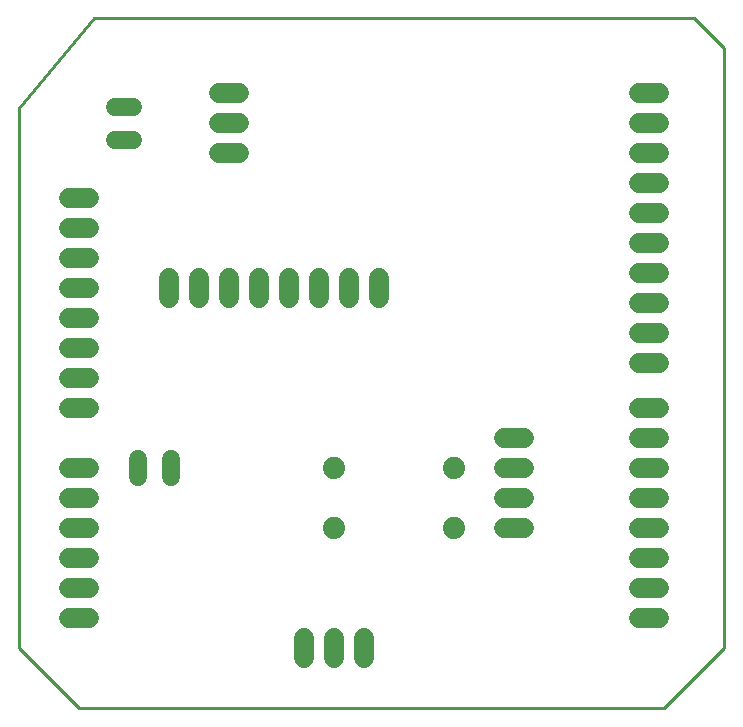
<source format=gtl>
G75*
%MOIN*%
%OFA0B0*%
%FSLAX24Y24*%
%IPPOS*%
%LPD*%
%AMOC8*
5,1,8,0,0,1.08239X$1,22.5*
%
%ADD10C,0.0100*%
%ADD11C,0.0660*%
%ADD12C,0.0740*%
%ADD13C,0.0600*%
D10*
X000220Y002220D02*
X002220Y000220D01*
X021720Y000220D01*
X023720Y002220D01*
X023720Y022220D01*
X022720Y023220D01*
X002720Y023220D01*
X000220Y020220D01*
X000220Y002220D01*
D11*
X001890Y003220D02*
X002550Y003220D01*
X002550Y004220D02*
X001890Y004220D01*
X001890Y005220D02*
X002550Y005220D01*
X002550Y006220D02*
X001890Y006220D01*
X001890Y007220D02*
X002550Y007220D01*
X002550Y008220D02*
X001890Y008220D01*
X001890Y010220D02*
X002550Y010220D01*
X002550Y011220D02*
X001890Y011220D01*
X001890Y012220D02*
X002550Y012220D01*
X002550Y013220D02*
X001890Y013220D01*
X001890Y014220D02*
X002550Y014220D01*
X002550Y015220D02*
X001890Y015220D01*
X001890Y016220D02*
X002550Y016220D01*
X002550Y017220D02*
X001890Y017220D01*
X005220Y014550D02*
X005220Y013890D01*
X006220Y013890D02*
X006220Y014550D01*
X007220Y014550D02*
X007220Y013890D01*
X008220Y013890D02*
X008220Y014550D01*
X009220Y014550D02*
X009220Y013890D01*
X010220Y013890D02*
X010220Y014550D01*
X011220Y014550D02*
X011220Y013890D01*
X012220Y013890D02*
X012220Y014550D01*
X016390Y009220D02*
X017050Y009220D01*
X017050Y008220D02*
X016390Y008220D01*
X016390Y007220D02*
X017050Y007220D01*
X017050Y006220D02*
X016390Y006220D01*
X020890Y006220D02*
X021550Y006220D01*
X021550Y007220D02*
X020890Y007220D01*
X020890Y008220D02*
X021550Y008220D01*
X021550Y009220D02*
X020890Y009220D01*
X020890Y010220D02*
X021550Y010220D01*
X021550Y011720D02*
X020890Y011720D01*
X020890Y012720D02*
X021550Y012720D01*
X021550Y013720D02*
X020890Y013720D01*
X020890Y014720D02*
X021550Y014720D01*
X021550Y015720D02*
X020890Y015720D01*
X020890Y016720D02*
X021550Y016720D01*
X021550Y017720D02*
X020890Y017720D01*
X020890Y018720D02*
X021550Y018720D01*
X021550Y019720D02*
X020890Y019720D01*
X020890Y020720D02*
X021550Y020720D01*
X021550Y005220D02*
X020890Y005220D01*
X020890Y004220D02*
X021550Y004220D01*
X021550Y003220D02*
X020890Y003220D01*
X011720Y002550D02*
X011720Y001890D01*
X010720Y001890D02*
X010720Y002550D01*
X009720Y002550D02*
X009720Y001890D01*
X007550Y018720D02*
X006890Y018720D01*
X006890Y019720D02*
X007550Y019720D01*
X007550Y020720D02*
X006890Y020720D01*
D12*
X010720Y008220D03*
X010720Y006220D03*
X014720Y006220D03*
X014720Y008220D03*
D13*
X005270Y008520D02*
X005270Y007920D01*
X004170Y007920D02*
X004170Y008520D01*
X004020Y019170D02*
X003420Y019170D01*
X003420Y020270D02*
X004020Y020270D01*
M02*

</source>
